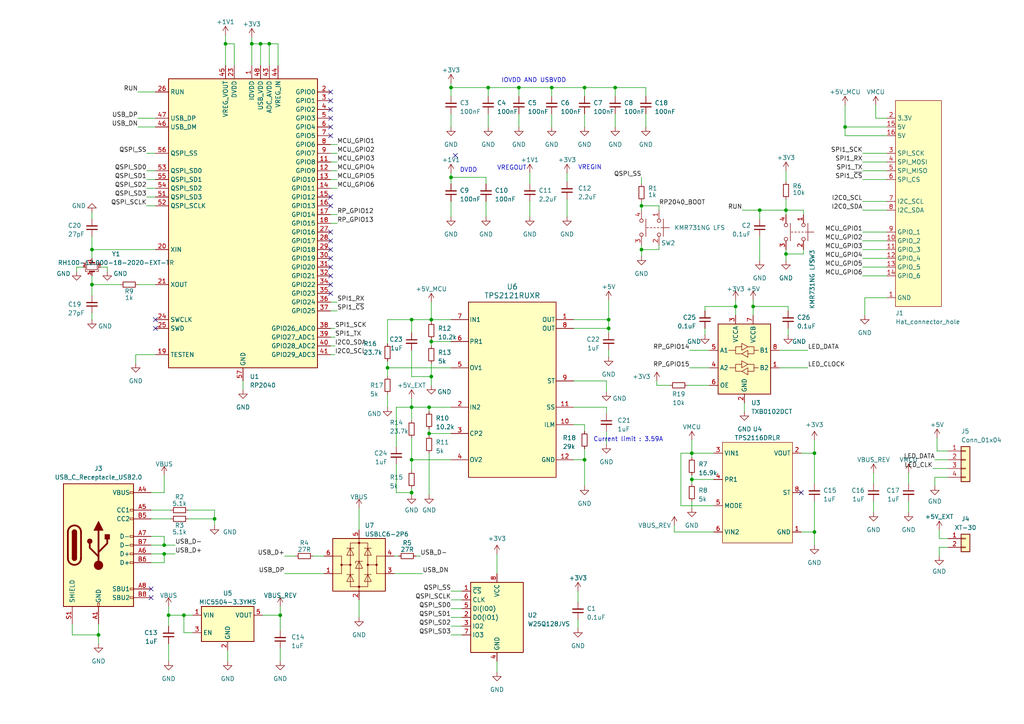
<source format=kicad_sch>
(kicad_sch (version 20230121) (generator eeschema)
  (paper "A4")
  (junction (at 176.53 95.25))
  (junction (at 245.11 36.83))
  (junction (at 73.025 12.7))
  (junction (at 47.625 158.115))
  (junction (at 236.22 131.445))
  (junction (at 53.34 178.435))
  (junction (at 169.545 25.4))
  (junction (at 178.435 25.4))
  (junction (at 112.395 106.68))
  (junction (at 125.095 92.71))
  (junction (at 81.28 178.435))
  (junction (at 26.67 72.39))
  (junction (at 220.345 60.96))
  (junction (at 130.81 51.435))
  (junction (at 200.66 139.065))
  (junction (at 213.36 88.9))
  (junction (at 150.495 25.4))
  (junction (at 119.38 133.35))
  (junction (at 125.095 99.06))
  (junction (at 75.565 12.7))
  (junction (at 48.895 178.435))
  (junction (at 236.22 154.305))
  (junction (at 124.46 125.73))
  (junction (at 186.055 59.69))
  (junction (at 124.46 118.11))
  (junction (at 227.965 60.96))
  (junction (at 169.545 133.35))
  (junction (at 119.38 142.875))
  (junction (at 227.965 73.66))
  (junction (at 200.66 131.445))
  (junction (at 130.81 25.4))
  (junction (at 141.605 25.4))
  (junction (at 119.38 118.11))
  (junction (at 186.055 72.39))
  (junction (at 78.105 12.7))
  (junction (at 119.38 92.71))
  (junction (at 160.02 25.4))
  (junction (at 176.53 92.71))
  (junction (at 26.67 82.55))
  (junction (at 62.23 150.495))
  (junction (at 28.575 184.15))
  (junction (at 65.405 12.7))
  (junction (at 125.095 109.22))
  (junction (at 47.625 160.655))
  (junction (at 218.44 88.9))
  (no_connect (at 43.815 170.815))
  (no_connect (at 95.885 74.93))
  (no_connect (at 95.885 82.55))
  (no_connect (at 95.885 80.01))
  (no_connect (at 95.885 29.21))
  (no_connect (at 95.885 34.29))
  (no_connect (at 95.885 31.75))
  (no_connect (at 95.885 57.15))
  (no_connect (at 95.885 85.09))
  (no_connect (at 45.085 92.71))
  (no_connect (at 95.885 36.83))
  (no_connect (at 45.085 95.25))
  (no_connect (at 95.885 39.37))
  (no_connect (at 43.815 173.355))
  (no_connect (at 95.885 26.67))
  (no_connect (at 232.41 142.875))
  (no_connect (at 95.885 59.69))
  (no_connect (at 132.08 45.085))
  (no_connect (at 95.885 69.85))
  (no_connect (at 95.885 72.39))
  (no_connect (at 95.885 67.31))
  (no_connect (at 95.885 77.47))
  (wire (pts (xy 124.46 126.365) (xy 124.46 125.73)))
  (wire (pts (xy 97.155 95.25) (xy 95.885 95.25)))
  (wire (pts (xy 42.545 52.07) (xy 45.085 52.07)))
  (wire (pts (xy 227.965 49.53) (xy 227.965 52.705)))
  (wire (pts (xy 47.625 158.115) (xy 43.815 158.115)))
  (wire (pts (xy 153.67 50.165) (xy 153.67 53.34)))
  (wire (pts (xy 200.66 137.795) (xy 200.66 139.065)))
  (wire (pts (xy 130.81 51.435) (xy 130.81 53.34)))
  (wire (pts (xy 250.19 77.47) (xy 257.175 77.47)))
  (wire (pts (xy 130.81 179.07) (xy 133.985 179.07)))
  (wire (pts (xy 227.965 57.785) (xy 227.965 60.96)))
  (wire (pts (xy 125.095 99.06) (xy 125.095 100.33)))
  (wire (pts (xy 169.545 25.4) (xy 169.545 27.94)))
  (wire (pts (xy 274.955 156.21) (xy 272.415 156.21)))
  (wire (pts (xy 97.79 64.77) (xy 95.885 64.77)))
  (wire (pts (xy 257.175 36.83) (xy 245.11 36.83)))
  (wire (pts (xy 234.315 106.68) (xy 226.06 106.68)))
  (wire (pts (xy 97.79 62.23) (xy 95.885 62.23)))
  (wire (pts (xy 200.66 139.065) (xy 207.01 139.065)))
  (wire (pts (xy 80.645 19.05) (xy 80.645 12.7)))
  (wire (pts (xy 160.02 25.4) (xy 169.545 25.4)))
  (wire (pts (xy 31.115 78.74) (xy 31.115 77.47)))
  (wire (pts (xy 263.525 137.16) (xy 263.525 140.335)))
  (wire (pts (xy 130.81 25.4) (xy 130.81 27.94)))
  (wire (pts (xy 124.46 125.73) (xy 130.81 125.73)))
  (wire (pts (xy 130.81 181.61) (xy 133.985 181.61)))
  (wire (pts (xy 176.53 92.71) (xy 176.53 95.25)))
  (wire (pts (xy 176.53 86.995) (xy 176.53 92.71)))
  (wire (pts (xy 130.81 58.42) (xy 130.81 62.865)))
  (wire (pts (xy 22.225 78.74) (xy 22.225 77.47)))
  (wire (pts (xy 272.415 158.75) (xy 274.955 158.75)))
  (wire (pts (xy 250.19 49.53) (xy 257.175 49.53)))
  (wire (pts (xy 204.47 95.25) (xy 204.47 97.155)))
  (wire (pts (xy 82.55 166.37) (xy 93.98 166.37)))
  (wire (pts (xy 119.38 101.6) (xy 119.38 109.22)))
  (wire (pts (xy 28.575 184.15) (xy 20.955 184.15)))
  (wire (pts (xy 97.79 41.91) (xy 95.885 41.91)))
  (wire (pts (xy 236.22 131.445) (xy 236.22 140.335)))
  (wire (pts (xy 178.435 33.02) (xy 178.435 36.83)))
  (wire (pts (xy 130.81 173.99) (xy 133.985 173.99)))
  (wire (pts (xy 119.38 115.57) (xy 119.38 118.11)))
  (wire (pts (xy 22.225 77.47) (xy 24.13 77.47)))
  (wire (pts (xy 250.19 44.45) (xy 257.175 44.45)))
  (wire (pts (xy 254 34.29) (xy 257.175 34.29)))
  (wire (pts (xy 124.46 131.445) (xy 124.46 143.51)))
  (wire (pts (xy 187.325 33.02) (xy 187.325 36.83)))
  (wire (pts (xy 81.28 175.895) (xy 81.28 178.435)))
  (wire (pts (xy 42.545 44.45) (xy 45.085 44.45)))
  (wire (pts (xy 62.23 147.955) (xy 54.61 147.955)))
  (wire (pts (xy 78.105 19.05) (xy 78.105 12.7)))
  (wire (pts (xy 250.19 60.96) (xy 257.175 60.96)))
  (wire (pts (xy 250.19 72.39) (xy 257.175 72.39)))
  (wire (pts (xy 42.545 49.53) (xy 45.085 49.53)))
  (wire (pts (xy 250.19 80.01) (xy 257.175 80.01)))
  (wire (pts (xy 227.965 60.96) (xy 233.045 60.96)))
  (wire (pts (xy 90.805 161.29) (xy 93.98 161.29)))
  (wire (pts (xy 125.095 105.41) (xy 125.095 109.22)))
  (wire (pts (xy 271.145 140.97) (xy 271.145 138.43)))
  (wire (pts (xy 144.145 160.655) (xy 144.145 166.37)))
  (wire (pts (xy 82.55 161.29) (xy 85.725 161.29)))
  (wire (pts (xy 186.055 71.12) (xy 186.055 72.39)))
  (wire (pts (xy 104.14 173.99) (xy 104.14 179.07)))
  (wire (pts (xy 195.58 152.4) (xy 195.58 154.305)))
  (wire (pts (xy 141.605 25.4) (xy 150.495 25.4)))
  (wire (pts (xy 119.38 118.11) (xy 124.46 118.11)))
  (wire (pts (xy 130.81 184.15) (xy 133.985 184.15)))
  (wire (pts (xy 28.575 184.15) (xy 28.575 186.69)))
  (wire (pts (xy 65.405 19.05) (xy 65.405 12.7)))
  (wire (pts (xy 150.495 25.4) (xy 150.495 27.94)))
  (wire (pts (xy 124.46 118.11) (xy 124.46 119.38)))
  (wire (pts (xy 40.005 36.83) (xy 45.085 36.83)))
  (wire (pts (xy 54.61 150.495) (xy 62.23 150.495)))
  (wire (pts (xy 43.815 155.575) (xy 47.625 155.575)))
  (wire (pts (xy 200.66 127.635) (xy 200.66 131.445)))
  (wire (pts (xy 42.545 57.15) (xy 45.085 57.15)))
  (wire (pts (xy 119.38 142.875) (xy 119.38 143.51)))
  (wire (pts (xy 167.64 179.705) (xy 167.64 182.245)))
  (wire (pts (xy 119.38 118.11) (xy 119.38 121.92)))
  (wire (pts (xy 197.485 131.445) (xy 197.485 146.685)))
  (wire (pts (xy 164.465 50.165) (xy 164.465 52.705)))
  (wire (pts (xy 200.66 131.445) (xy 197.485 131.445)))
  (wire (pts (xy 250.19 74.93) (xy 257.175 74.93)))
  (wire (pts (xy 167.64 171.45) (xy 167.64 174.625)))
  (wire (pts (xy 97.79 44.45) (xy 95.885 44.45)))
  (wire (pts (xy 200.025 101.6) (xy 205.74 101.6)))
  (wire (pts (xy 43.815 142.875) (xy 47.625 142.875)))
  (wire (pts (xy 119.38 109.22) (xy 125.095 109.22)))
  (wire (pts (xy 125.095 99.06) (xy 130.81 99.06)))
  (wire (pts (xy 76.2 178.435) (xy 81.28 178.435)))
  (wire (pts (xy 250.825 91.44) (xy 250.825 86.36)))
  (wire (pts (xy 125.095 87.63) (xy 125.095 92.71)))
  (wire (pts (xy 236.22 131.445) (xy 232.41 131.445)))
  (wire (pts (xy 67.945 19.05) (xy 67.945 12.7)))
  (wire (pts (xy 272.415 156.21) (xy 272.415 153.67)))
  (wire (pts (xy 191.135 59.69) (xy 191.135 60.96)))
  (wire (pts (xy 62.23 150.495) (xy 62.23 152.4)))
  (wire (pts (xy 186.055 72.39) (xy 191.135 72.39)))
  (wire (pts (xy 115.57 161.29) (xy 114.3 161.29)))
  (wire (pts (xy 190.5 110.49) (xy 190.5 111.76)))
  (wire (pts (xy 47.625 163.195) (xy 43.815 163.195)))
  (wire (pts (xy 271.78 130.81) (xy 274.955 130.81)))
  (wire (pts (xy 186.055 72.39) (xy 186.055 74.295)))
  (wire (pts (xy 204.47 88.9) (xy 213.36 88.9)))
  (wire (pts (xy 169.545 133.35) (xy 169.545 140.97)))
  (wire (pts (xy 236.22 145.415) (xy 236.22 154.305)))
  (wire (pts (xy 186.055 59.69) (xy 191.135 59.69)))
  (wire (pts (xy 26.67 80.01) (xy 26.67 82.55)))
  (wire (pts (xy 200.66 132.715) (xy 200.66 131.445)))
  (wire (pts (xy 274.955 133.35) (xy 271.145 133.35)))
  (wire (pts (xy 227.965 73.66) (xy 233.045 73.66)))
  (wire (pts (xy 26.67 72.39) (xy 45.085 72.39)))
  (wire (pts (xy 75.565 12.7) (xy 75.565 19.05)))
  (wire (pts (xy 200.66 139.065) (xy 200.66 140.335)))
  (wire (pts (xy 250.19 67.31) (xy 257.175 67.31)))
  (wire (pts (xy 160.02 33.02) (xy 160.02 36.83)))
  (wire (pts (xy 227.965 60.96) (xy 220.345 60.96)))
  (wire (pts (xy 220.345 60.96) (xy 215.265 60.96)))
  (wire (pts (xy 271.145 138.43) (xy 274.955 138.43)))
  (wire (pts (xy 125.095 92.71) (xy 130.81 92.71)))
  (wire (pts (xy 48.895 186.69) (xy 48.895 191.77)))
  (wire (pts (xy 70.485 110.49) (xy 70.485 113.03)))
  (wire (pts (xy 130.81 51.435) (xy 140.97 51.435)))
  (wire (pts (xy 130.81 25.4) (xy 141.605 25.4)))
  (wire (pts (xy 119.38 133.35) (xy 119.38 136.525)))
  (wire (pts (xy 130.81 24.13) (xy 130.81 25.4)))
  (wire (pts (xy 226.06 101.6) (xy 234.315 101.6)))
  (wire (pts (xy 97.79 46.99) (xy 95.885 46.99)))
  (wire (pts (xy 166.37 118.11) (xy 175.895 118.11)))
  (wire (pts (xy 119.38 92.71) (xy 112.395 92.71)))
  (wire (pts (xy 48.895 178.435) (xy 53.34 178.435)))
  (wire (pts (xy 250.19 58.42) (xy 257.175 58.42)))
  (wire (pts (xy 227.965 72.39) (xy 227.965 73.66)))
  (wire (pts (xy 232.41 154.305) (xy 236.22 154.305)))
  (wire (pts (xy 253.365 145.415) (xy 253.365 148.59)))
  (wire (pts (xy 228.6 90.17) (xy 228.6 88.9)))
  (wire (pts (xy 140.97 51.435) (xy 140.97 53.34)))
  (wire (pts (xy 80.645 12.7) (xy 78.105 12.7)))
  (wire (pts (xy 66.04 188.595) (xy 66.04 191.77)))
  (wire (pts (xy 218.44 88.9) (xy 218.44 91.44)))
  (wire (pts (xy 47.625 142.875) (xy 47.625 137.795)))
  (wire (pts (xy 130.81 33.02) (xy 130.81 36.83)))
  (wire (pts (xy 250.19 52.07) (xy 257.175 52.07)))
  (wire (pts (xy 97.155 100.33) (xy 95.885 100.33)))
  (wire (pts (xy 213.36 88.9) (xy 213.36 91.44)))
  (wire (pts (xy 62.23 150.495) (xy 62.23 147.955)))
  (wire (pts (xy 130.81 176.53) (xy 133.985 176.53)))
  (wire (pts (xy 253.365 137.16) (xy 253.365 140.335)))
  (wire (pts (xy 215.9 116.84) (xy 215.9 119.38)))
  (wire (pts (xy 42.545 59.69) (xy 45.085 59.69)))
  (wire (pts (xy 49.53 147.955) (xy 43.815 147.955)))
  (wire (pts (xy 114.935 134.62) (xy 114.935 142.875)))
  (wire (pts (xy 97.79 87.63) (xy 95.885 87.63)))
  (wire (pts (xy 73.025 12.7) (xy 73.025 19.05)))
  (wire (pts (xy 43.815 150.495) (xy 49.53 150.495)))
  (wire (pts (xy 175.895 118.11) (xy 175.895 120.015)))
  (wire (pts (xy 166.37 95.25) (xy 176.53 95.25)))
  (wire (pts (xy 153.67 58.42) (xy 153.67 62.865)))
  (wire (pts (xy 42.545 54.61) (xy 45.085 54.61)))
  (wire (pts (xy 81.28 187.96) (xy 81.28 191.77)))
  (wire (pts (xy 39.37 102.87) (xy 45.085 102.87)))
  (wire (pts (xy 228.6 88.9) (xy 218.44 88.9)))
  (wire (pts (xy 271.78 127) (xy 271.78 130.81)))
  (wire (pts (xy 40.005 26.67) (xy 45.085 26.67)))
  (wire (pts (xy 187.325 25.4) (xy 187.325 27.94)))
  (wire (pts (xy 236.22 127.635) (xy 236.22 131.445)))
  (wire (pts (xy 47.625 155.575) (xy 47.625 158.115)))
  (wire (pts (xy 176.53 101.6) (xy 176.53 103.505)))
  (wire (pts (xy 140.97 58.42) (xy 140.97 62.865)))
  (wire (pts (xy 190.5 111.76) (xy 194.31 111.76)))
  (wire (pts (xy 119.38 133.35) (xy 130.81 133.35)))
  (wire (pts (xy 53.34 178.435) (xy 55.88 178.435)))
  (wire (pts (xy 218.44 86.995) (xy 218.44 88.9)))
  (wire (pts (xy 220.345 68.58) (xy 220.345 75.565)))
  (wire (pts (xy 227.965 73.66) (xy 227.965 75.565)))
  (wire (pts (xy 233.045 60.96) (xy 233.045 62.23)))
  (wire (pts (xy 20.955 184.15) (xy 20.955 180.975)))
  (wire (pts (xy 104.14 147.32) (xy 104.14 153.67)))
  (wire (pts (xy 254 30.48) (xy 254 34.29)))
  (wire (pts (xy 119.38 127) (xy 119.38 133.35)))
  (wire (pts (xy 114.935 118.11) (xy 114.935 129.54)))
  (wire (pts (xy 125.095 98.425) (xy 125.095 99.06)))
  (wire (pts (xy 197.485 146.685) (xy 207.01 146.685)))
  (wire (pts (xy 114.935 142.875) (xy 119.38 142.875)))
  (wire (pts (xy 195.58 154.305) (xy 207.01 154.305)))
  (wire (pts (xy 97.155 97.79) (xy 95.885 97.79)))
  (wire (pts (xy 160.02 25.4) (xy 160.02 27.94)))
  (wire (pts (xy 39.37 105.41) (xy 39.37 102.87)))
  (wire (pts (xy 250.825 86.36) (xy 257.175 86.36)))
  (wire (pts (xy 53.34 178.435) (xy 53.34 183.515)))
  (wire (pts (xy 112.395 106.68) (xy 112.395 109.22)))
  (wire (pts (xy 97.79 54.61) (xy 95.885 54.61)))
  (wire (pts (xy 166.37 133.35) (xy 169.545 133.35)))
  (wire (pts (xy 97.155 102.87) (xy 95.885 102.87)))
  (wire (pts (xy 186.055 58.42) (xy 186.055 59.69)))
  (wire (pts (xy 227.965 60.96) (xy 227.965 62.23)))
  (wire (pts (xy 47.625 158.115) (xy 50.8 158.115)))
  (wire (pts (xy 175.895 125.095) (xy 175.895 128.905)))
  (wire (pts (xy 144.145 191.77) (xy 144.145 194.945)))
  (wire (pts (xy 164.465 57.785) (xy 164.465 62.865)))
  (wire (pts (xy 119.38 141.605) (xy 119.38 142.875)))
  (wire (pts (xy 47.625 160.655) (xy 47.625 163.195)))
  (wire (pts (xy 48.895 178.435) (xy 48.895 181.61)))
  (wire (pts (xy 186.055 59.69) (xy 186.055 60.96)))
  (wire (pts (xy 213.36 86.995) (xy 213.36 88.9)))
  (wire (pts (xy 272.415 161.29) (xy 272.415 158.75)))
  (wire (pts (xy 26.67 63.5) (xy 26.67 61.595)))
  (wire (pts (xy 31.115 77.47) (xy 29.21 77.47)))
  (wire (pts (xy 40.005 34.29) (xy 45.085 34.29)))
  (wire (pts (xy 250.19 69.85) (xy 257.175 69.85)))
  (wire (pts (xy 270.51 135.89) (xy 274.955 135.89)))
  (wire (pts (xy 124.46 118.11) (xy 130.81 118.11)))
  (wire (pts (xy 97.79 49.53) (xy 95.885 49.53)))
  (wire (pts (xy 48.895 175.895) (xy 48.895 178.435)))
  (wire (pts (xy 245.11 30.48) (xy 245.11 36.83)))
  (wire (pts (xy 124.46 124.46) (xy 124.46 125.73)))
  (wire (pts (xy 169.545 25.4) (xy 178.435 25.4)))
  (wire (pts (xy 178.435 25.4) (xy 187.325 25.4)))
  (wire (pts (xy 65.405 10.16) (xy 65.405 12.7)))
  (wire (pts (xy 28.575 180.975) (xy 28.575 184.15)))
  (wire (pts (xy 176.53 95.25) (xy 176.53 96.52)))
  (wire (pts (xy 204.47 90.17) (xy 204.47 88.9)))
  (wire (pts (xy 73.025 10.795) (xy 73.025 12.7)))
  (wire (pts (xy 250.19 46.99) (xy 257.175 46.99)))
  (wire (pts (xy 125.095 92.71) (xy 119.38 92.71)))
  (wire (pts (xy 141.605 33.02) (xy 141.605 36.83)))
  (wire (pts (xy 130.81 171.45) (xy 133.985 171.45)))
  (wire (pts (xy 73.025 12.7) (xy 75.565 12.7)))
  (wire (pts (xy 125.095 92.71) (xy 125.095 93.345)))
  (wire (pts (xy 97.79 52.07) (xy 95.885 52.07)))
  (wire (pts (xy 119.38 92.71) (xy 119.38 96.52)))
  (wire (pts (xy 119.38 118.11) (xy 114.935 118.11)))
  (wire (pts (xy 200.66 131.445) (xy 207.01 131.445)))
  (wire (pts (xy 245.11 36.83) (xy 245.11 39.37)))
  (wire (pts (xy 245.11 39.37) (xy 257.175 39.37)))
  (wire (pts (xy 112.395 106.68) (xy 130.81 106.68)))
  (wire (pts (xy 26.67 82.55) (xy 34.925 82.55)))
  (wire (pts (xy 233.045 73.66) (xy 233.045 72.39)))
  (wire (pts (xy 166.37 92.71) (xy 176.53 92.71)))
  (wire (pts (xy 263.525 145.415) (xy 263.525 148.59)))
  (wire (pts (xy 112.395 92.71) (xy 112.395 99.695)))
  (wire (pts (xy 130.81 50.165) (xy 130.81 51.435)))
  (wire (pts (xy 26.67 82.55) (xy 26.67 85.725)))
  (wire (pts (xy 47.625 160.655) (xy 43.815 160.655)))
  (wire (pts (xy 191.135 72.39) (xy 191.135 71.12)))
  (wire (pts (xy 175.895 113.665) (xy 175.895 110.49)))
  (wire (pts (xy 26.67 90.805) (xy 26.67 92.71)))
  (wire (pts (xy 178.435 25.4) (xy 178.435 27.94)))
  (wire (pts (xy 112.395 114.3) (xy 112.395 118.11)))
  (wire (pts (xy 200.66 145.415) (xy 200.66 147.32)))
  (wire (pts (xy 175.895 110.49) (xy 166.37 110.49)))
  (wire (pts (xy 166.37 123.19) (xy 169.545 123.19)))
  (wire (pts (xy 112.395 104.775) (xy 112.395 106.68)))
  (wire (pts (xy 125.095 109.22) (xy 125.095 111.76)))
  (wire (pts (xy 81.28 178.435) (xy 81.28 182.88)))
  (wire (pts (xy 26.67 72.39) (xy 26.67 74.93)))
  (wire (pts (xy 228.6 95.25) (xy 228.6 97.155)))
  (wire (pts (xy 236.22 154.305) (xy 236.22 158.115)))
  (wire (pts (xy 199.39 111.76) (xy 205.74 111.76)))
  (wire (pts (xy 65.405 12.7) (xy 67.945 12.7)))
  (wire (pts (xy 50.8 160.655) (xy 47.625 160.655)))
  (wire (pts (xy 186.055 51.435) (xy 186.055 53.34)))
  (wire (pts (xy 169.545 123.19) (xy 169.545 125.095)))
  (wire (pts (xy 141.605 25.4) (xy 141.605 27.94)))
  (wire (pts (xy 97.79 90.17) (xy 95.885 90.17)))
  (wire (pts (xy 122.555 166.37) (xy 114.3 166.37)))
  (wire (pts (xy 26.67 68.58) (xy 26.67 72.39)))
  (wire (pts (xy 53.34 183.515) (xy 55.88 183.515)))
  (wire (pts (xy 169.545 33.02) (xy 169.545 36.83)))
  (wire (pts (xy 121.92 161.29) (xy 120.65 161.29)))
  (wire (pts (xy 150.495 33.02) (xy 150.495 36.83)))
  (wire (pts (xy 169.545 130.175) (xy 169.545 133.35)))
  (wire (pts (xy 150.495 25.4) (xy 160.02 25.4)))
  (wire (pts (xy 200.025 106.68) (xy 205.74 106.68)))
  (wire (pts (xy 75.565 12.7) (xy 78.105 12.7)))
  (wire (pts (xy 40.005 82.55) (xy 45.085 82.55)))
  (wire (pts (xy 220.345 60.96) (xy 220.345 63.5)))
  (text "VREGOUT\n" (at 144.145 49.53 0) (effects (font (size 1.27 1.27)) (justify left bottom)))
  (text "VREGIN\n\n" (at 167.64 51.435 0) (effects (font (size 1.27 1.27)) (justify left bottom)))
  (text "DVDD" (at 133.35 50.165 0) (effects (font (size 1.27 1.27)) (justify left bottom)))
  (text "IOVDD AND USBVDD\n" (at 145.415 24.13 0) (effects (font (size 1.27 1.27)) (justify left bottom)))
  (text "Current limit : 3.59A\n" (at 172.085 128.27 0) (effects (font (size 1.27 1.27)) (justify left bottom)))
  (label "QSPI_SD3" (at 130.81 184.15 180))
  (label "RUN" (at 40.005 26.67 180))
  (label "RUN" (at 215.265 60.96 180))
  (label "MCU_GPIO1" (at 250.19 67.31 180))
  (label "SPI1_SCK" (at 97.155 95.25 0))
  (label "SPI1_SCK" (at 250.19 44.45 180))
  (label "QSPI_SCLK" (at 42.545 59.69 180))
  (label "MCU_GPIO5" (at 97.79 52.07 0))
  (label "MCU_GPIO2" (at 97.79 44.45 0))
  (label "MCU_GPIO6" (at 250.19 80.01 180))
  (label "USB_DP" (at 40.005 34.29 180))
  (label "RP_GPIO13" (at 97.79 64.77 0))
  (label "LED_DATA" (at 271.145 133.35 180))
  (label "USB_DN" (at 40.005 36.83 180))
  (label "SPI1_TX" (at 250.19 49.53 180))
  (label "QSPI_SS" (at 186.055 51.435 180))
  (label "QSPI_SD1" (at 42.545 52.07 180))
  (label "MCU_GPIO3" (at 97.79 46.99 0))
  (label "MCU_GPIO4" (at 97.79 49.53 0))
  (label "QSPI_SD0" (at 42.545 49.53 180))
  (label "USB_D+" (at 82.55 161.29 180))
  (label "MCU_GPIO1" (at 97.79 41.91 0))
  (label "QSPI_SS" (at 42.545 44.45 180))
  (label "USB_D-" (at 50.8 158.115 0))
  (label "USB_DN" (at 122.555 166.37 0))
  (label "SPI1_RX" (at 97.79 87.63 0))
  (label "QSPI_SD2" (at 42.545 54.61 180))
  (label "USB_D-" (at 121.92 161.29 0))
  (label "USB_D+" (at 50.8 160.655 0))
  (label "RP_GPIO14" (at 200.025 101.6 180))
  (label "SPI1_TX" (at 97.155 97.79 0))
  (label "SPI1_RX" (at 250.19 46.99 180))
  (label "USB_DP" (at 82.55 166.37 180))
  (label "RP_GPIO12" (at 97.79 62.23 0))
  (label "RP_GPIO15" (at 200.025 106.68 180))
  (label "MCU_GPIO5" (at 250.19 77.47 180))
  (label "I2C0_SCL" (at 97.155 102.87 0))
  (label "SPI1_~{CS}" (at 97.79 90.17 0))
  (label "LED_CLOCK" (at 234.315 106.68 0))
  (label "SPI1_~{CS}" (at 250.19 52.07 180))
  (label "QSPI_SD1" (at 130.81 179.07 180))
  (label "QSPI_SD0" (at 130.81 176.53 180))
  (label "I2C0_SDA" (at 97.155 100.33 0))
  (label "I2C0_SDA" (at 250.19 60.96 180))
  (label "MCU_GPIO3" (at 250.19 72.39 180))
  (label "LED_DATA" (at 234.315 101.6 0))
  (label "MCU_GPIO2" (at 250.19 69.85 180))
  (label "MCU_GPIO4" (at 250.19 74.93 180))
  (label "RP2040_BOOT" (at 191.135 59.69 0))
  (label "QSPI_SCLK" (at 130.81 173.99 180))
  (label "LED_CLK" (at 270.51 135.89 180))
  (label "MCU_GPIO6" (at 97.79 54.61 0))
  (label "QSPI_SD3" (at 42.545 57.15 180))
  (label "I2C0_SCL" (at 250.19 58.42 180))
  (label "QSPI_SS" (at 130.81 171.45 180))
  (label "QSPI_SD2" (at 130.81 181.61 180))
  (symbol (lib_id "PCM_4ms_Power-symbol:GND") (at 140.97 62.865 0) (unit 1)
    (property "Reference" "#PWR031" (effects hide))
    (property "Value" "GND" (at 140.97 67.945 0))
  )
  (symbol (lib_id "PCM_4ms_Power-symbol:GND") (at 187.325 36.83 0) (unit 1)
    (property "Reference" "#PWR051" (effects hide))
    (property "Value" "GND" (at 187.325 41.91 0))
  )
  (symbol (lib_id "PCM_4ms_Power-symbol:GND") (at 150.495 36.83 0) (unit 1)
    (property "Reference" "#PWR025" (effects hide))
    (property "Value" "GND" (at 150.495 41.91 0))
  )
  (symbol (lib_id "power:+3V3") (at 164.465 50.165 0) (unit 1)
    (property "Reference" "#PWR033" (effects hide))
    (property "Value" "+3V3" (at 164.465 46.355 0))
  )
  (symbol (lib_name "SW_Push_Dual_1") (lib_id "Switch:SW_Push_Dual") (at 191.135 66.04 270) (unit 1)
    (property "Reference" "SW2" (at 191.77 70.485 90) (effects (justify left)))
    (property "Value" "KMR731NG LFS" (at 195.58 66.04 90) (effects (justify left)))
    (property "Footprint" "0_switch_button:SW_KMR731NGLFS" (effects hide))
  )
  (symbol (lib_id "0_power_symbols:VMCU") (at 200.66 127.635 0) (unit 1) (in_bom no) (on_board no)
    (property "Reference" "#PWR043" (effects hide))
    (property "Value" "VMCU" (at 200.66 123.825 0))
  )
  (symbol (lib_id "Device:C_Small") (at 220.345 66.04 0) (mirror x) (unit 1)
    (property "Reference" "C2" (at 217.805 65.3986 0) (effects (justify right)))
    (property "Value" "0.1uF" (at 217.805 67.9386 0) (effects (justify right)))
    (property "Footprint" "Capacitor_SMD:C_0402_1005Metric_Pad0.74x0.62mm_HandSolder" (effects hide))
  )
  (symbol (lib_id "Device:C_Small") (at 236.22 142.875 180) (unit 1)
    (property "Reference" "C15" (at 238.76 142.2336 0) (effects (justify right)))
    (property "Value" "1uF" (at 238.76 144.7736 0) (effects (justify right)))
    (property "Footprint" "Capacitor_SMD:C_0402_1005Metric_Pad0.74x0.62mm_HandSolder" (effects hide))
  )
  (symbol (lib_id "PCM_4ms_Power-symbol:GND") (at 81.28 191.77 0) (unit 1)
    (property "Reference" "#PWR040" (effects hide))
    (property "Value" "GND" (at 81.28 196.85 0))
  )
  (symbol (lib_id "PCM_4ms_Power-symbol:GND") (at 215.9 119.38 0) (unit 1)
    (property "Reference" "#PWR061" (effects hide))
    (property "Value" "GND" (at 215.9 124.46 0))
  )
  (symbol (lib_id "Device:R_Small") (at 196.85 111.76 270) (unit 1)
    (property "Reference" "R19" (at 196.85 114.3 90))
    (property "Value" "10k" (at 196.85 116.84 90))
    (property "Footprint" "Resistor_SMD:R_0402_1005Metric_Pad0.72x0.64mm_HandSolder" (effects hide))
  )
  (symbol (lib_id "Device:C_Small") (at 253.365 142.875 0) (mirror y) (unit 1)
    (property "Reference" "C16" (at 250.825 142.2463 0) (effects (justify left)))
    (property "Value" "1uF" (at 250.825 144.7863 0) (effects (justify left)))
    (property "Footprint" "Capacitor_SMD:C_0402_1005Metric_Pad0.74x0.62mm_HandSolder" (effects hide))
  )
  (symbol (lib_id "PCM_4ms_Power-symbol:GND") (at 169.545 36.83 0) (unit 1)
    (property "Reference" "#PWR027" (effects hide))
    (property "Value" "GND" (at 169.545 41.91 0))
  )
  (symbol (lib_id "Device:C_Small") (at 140.97 55.88 180) (unit 1)
    (property "Reference" "C10" (at 143.51 55.2386 0) (effects (justify right)))
    (property "Value" "100nF" (at 143.51 57.7786 0) (effects (justify right)))
    (property "Footprint" "Capacitor_SMD:C_0402_1005Metric_Pad0.74x0.62mm_HandSolder" (effects hide))
  )
  (symbol (lib_id "PCM_4ms_Power-symbol:GND") (at 164.465 62.865 0) (unit 1)
    (property "Reference" "#PWR035" (effects hide))
    (property "Value" "GND" (at 164.465 67.945 0))
  )
  (symbol (lib_id "0_power_symbols:VMCU") (at 263.525 137.16 0) (unit 1) (in_bom no) (on_board no)
    (property "Reference" "#PWR049" (effects hide))
    (property "Value" "VMCU" (at 263.525 133.35 0))
  )
  (symbol (lib_id "power:+3V3") (at 144.145 160.655 0) (unit 1)
    (property "Reference" "#PWR06" (effects hide))
    (property "Value" "+3V3" (at 144.145 156.21 0))
  )
  (symbol (lib_id "Switch:SW_Push_Dual") (at 233.045 67.31 270) (unit 1)
    (property "Reference" "SW3" (at 235.585 72.39 0) (effects (justify left)))
    (property "Value" "KMR731NG LFS" (at 235.585 74.93 0) (effects (justify left)))
    (property "Footprint" "0_switch_button:SW_KMR731NGLFS" (effects hide))
  )
  (symbol (lib_id "Memory_Flash:W25Q128JVS") (at 144.145 179.07 0) (unit 1)
    (property "Reference" "U2" (at 153.035 178.435 0) (effects (justify left)))
    (property "Value" "W25Q128JVS" (at 153.035 180.975 0) (effects (justify left)))
    (property "Footprint" "Package_SON:WSON-8-1EP_6x5mm_P1.27mm_EP3.4x4.3mm" (effects hide))
    (property "Datasheet" "http://www.winbond.com/resource-files/w25q128jv_dtr%20revc%2003272018%20plus.pdf" (effects hide))
  )
  (symbol (lib_id "0_power_symbols:+5V_MCU") (at 125.095 87.63 0) (unit 1) (in_bom no) (on_board no)
    (property "Reference" "#PWR073" (effects hide))
    (property "Value" "+5V_MCU" (at 125.095 83.82 0))
  )
  (symbol (lib_id "Device:C_Small") (at 169.545 30.48 180) (unit 1)
    (property "Reference" "C7" (at 172.085 29.8386 0) (effects (justify right)))
    (property "Value" "100nF" (at 172.085 32.3786 0) (effects (justify right)))
    (property "Footprint" "Capacitor_SMD:C_0402_1005Metric_Pad0.74x0.62mm_HandSolder" (effects hide))
  )
  (symbol (lib_id "Device:Crystal_GND24_Small") (at 26.67 77.47 270) (unit 1)
    (property "Reference" "Y1" (at 33.655 73.66 90))
    (property "Value" "RH100-12.000-18-2020-EXT-TR" (at 33.655 76.2 90))
    (property "Footprint" "Crystal:Crystal_SMD_3225-4Pin_3.2x2.5mm" (effects hide))
  )
  (symbol (lib_id "Device:R_Small") (at 200.66 142.875 0) (unit 1)
    (property "Reference" "R8" (at 202.565 142.24 0) (effects (justify left)))
    (property "Value" "5k" (at 202.565 144.78 0) (effects (justify left)))
    (property "Footprint" "Resistor_SMD:R_0402_1005Metric_Pad0.72x0.64mm_HandSolder" (effects hide))
  )
  (symbol (lib_id "power:+1V1") (at 130.81 50.165 0) (unit 1)
    (property "Reference" "#PWR029" (effects hide))
    (property "Value" "+1V1" (at 130.81 46.355 0))
  )
  (symbol (lib_id "PCM_4ms_Power-symbol:GND") (at 22.225 78.74 0) (unit 1)
    (property "Reference" "#PWR052" (effects hide))
    (property "Value" "GND" (at 18.415 79.375 0))
  )
  (symbol (lib_id "PCM_4ms_Power-symbol:GND") (at 26.67 92.71 0) (unit 1)
    (property "Reference" "#PWR054" (effects hide))
    (property "Value" "GND" (at 30.48 94.615 0))
  )
  (symbol (lib_id "0_power_symbols:+5V_EXT") (at 119.38 115.57 0) (unit 1) (in_bom no) (on_board no)
    (property "Reference" "#PWR057" (effects hide))
    (property "Value" "+5V_EXT" (at 119.38 111.76 0))
  )
  (symbol (lib_id "PCM_4ms_Power-symbol:GND") (at 227.965 75.565 0) (unit 1)
    (property "Reference" "#PWR019" (effects hide))
    (property "Value" "GND" (at 227.965 80.645 0))
  )
  (symbol (lib_id "0_mux:TPS2116DRLR") (at 219.075 142.875 0) (unit 1)
    (property "Reference" "U4" (at 219.71 124.46 0))
    (property "Value" "TPS2116DRLR" (at 219.71 127 0))
    (property "Footprint" "0_mux:TPS2116DRLR" (effects hide))
    (property "Datasheet" "https://www.ti.com/lit/ds/symlink/tps2116.pdf?HQS=dis-mous-null-mousermode-dsf-pf-null-wwe&ts=1667098762841&ref_url=https%253A%252F%252Feu.mouser.com%252F" (effects hide))
  )
  (symbol (lib_id "PCM_4ms_Power-symbol:+5V") (at 176.53 86.995 0) (unit 1)
    (property "Reference" "#PWR03" (effects hide))
    (property "Value" "+5V" (at 176.53 83.185 0))
  )
  (symbol (lib_id "Device:R_Small") (at 119.38 124.46 0) (unit 1)
    (property "Reference" "R14" (at 113.03 122.555 0) (effects (justify left)))
    (property "Value" "23.7k" (at 113.03 125.095 0) (effects (justify left)))
    (property "Footprint" "Resistor_SMD:R_0402_1005Metric_Pad0.72x0.64mm_HandSolder" (effects hide))
  )
  (symbol (lib_id "Device:R_Small") (at 112.395 102.235 0) (unit 1)
    (property "Reference" "R16" (at 105.41 99.695 0) (effects (justify left)))
    (property "Value" "23.7k" (at 105.41 102.235 0) (effects (justify left)))
    (property "Footprint" "Resistor_SMD:R_0402_1005Metric_Pad0.72x0.64mm_HandSolder" (effects hide))
  )
  (symbol (lib_id "Device:R_Small") (at 186.055 55.88 0) (unit 1)
    (property "Reference" "R1" (at 187.96 54.61 0) (effects (justify left)))
    (property "Value" "1k" (at 187.96 56.515 0) (effects (justify left)))
    (property "Footprint" "Resistor_SMD:R_0402_1005Metric_Pad0.72x0.64mm_HandSolder" (effects hide))
  )
  (symbol (lib_id "PCM_4ms_Power-symbol:GND") (at 144.145 194.945 0) (unit 1)
    (property "Reference" "#PWR07" (effects hide))
    (property "Value" "GND" (at 144.145 200.025 0))
  )
  (symbol (lib_id "PCM_4ms_Power-symbol:GND") (at 119.38 143.51 0) (unit 1)
    (property "Reference" "#PWR071" (effects hide))
    (property "Value" "GND" (at 119.38 147.955 0))
  )
  (symbol (lib_id "Device:C_Small") (at 150.495 30.48 180) (unit 1)
    (property "Reference" "C5" (at 153.035 29.8386 0) (effects (justify right)))
    (property "Value" "100nF" (at 153.035 32.3786 0) (effects (justify right)))
    (property "Footprint" "Capacitor_SMD:C_0402_1005Metric_Pad0.74x0.62mm_HandSolder" (effects hide))
  )
  (symbol (lib_id "PCM_4ms_Power-symbol:GND") (at 250.825 91.44 0) (unit 1)
    (property "Reference" "#PWR04" (effects hide))
    (property "Value" "GND" (at 250.825 96.52 0))
  )
  (symbol (lib_id "Device:C_Small") (at 119.38 99.06 0) (mirror y) (unit 1)
    (property "Reference" "C23" (at 116.84 98.4313 0) (effects (justify left)))
    (property "Value" "1uF" (at 116.84 100.9713 0) (effects (justify left)))
    (property "Footprint" "Capacitor_SMD:C_0402_1005Metric_Pad0.74x0.62mm_HandSolder" (effects hide))
  )
  (symbol (lib_id "PCM_4ms_Power-symbol:GND") (at 272.415 161.29 0) (mirror y) (unit 1)
    (property "Reference" "#PWR056" (effects hide))
    (property "Value" "GND" (at 272.415 165.735 0))
  )
  (symbol (lib_id "Device:R_Small") (at 124.46 121.92 0) (unit 1)
    (property "Reference" "R10" (at 126.365 121.285 0) (effects (justify left)))
    (property "Value" "10.2k" (at 126.365 123.825 0) (effects (justify left)))
    (property "Footprint" "Resistor_SMD:R_0402_1005Metric_Pad0.72x0.64mm_HandSolder" (effects hide))
  )
  (symbol (lib_id "PCM_4ms_Power-symbol:GND") (at 253.365 148.59 0) (unit 1)
    (property "Reference" "#PWR048" (effects hide))
    (property "Value" "GND" (at 253.365 153.67 0))
  )
  (symbol (lib_id "Regulator_Linear:MIC5504-3.3YM5") (at 66.04 180.975 0) (unit 1)
    (property "Reference" "U5" (at 66.04 172.085 0))
    (property "Value" "MIC5504-3.3YM5" (at 66.04 174.625 0))
    (property "Footprint" "Package_TO_SOT_SMD:SOT-23-5" (effects hide))
    (property "Datasheet" "http://ww1.microchip.com/downloads/en/DeviceDoc/MIC550X.pdf" (effects hide))
  )
  (symbol (lib_id "power:+3V3") (at 227.965 49.53 0) (unit 1)
    (property "Reference" "#PWR020" (effects hide))
    (property "Value" "+3V3" (at 227.965 45.72 0))
  )
  (symbol (lib_id "Device:R_Small") (at 125.095 102.87 0) (unit 1)
    (property "Reference" "R13" (at 127 102.235 0) (effects (justify left)))
    (property "Value" "5k" (at 127 104.775 0) (effects (justify left)))
    (property "Footprint" "Resistor_SMD:R_0402_1005Metric_Pad0.72x0.64mm_HandSolder" (effects hide))
  )
  (symbol (lib_id "0_connectors:Hat_connector_hole") (at 266.065 63.5 0) (unit 1)
    (property "Reference" "J1" (at 259.715 90.805 0) (effects (justify left)))
    (property "Value" "Hat_connector_hole" (at 259.715 93.345 0) (effects (justify left)))
    (property "Footprint" "0_connectors:Hat_connector_hole" (effects hide))
  )
  (symbol (lib_id "0_power_symbols:VMCU") (at 254 30.48 0) (unit 1) (in_bom no) (on_board no)
    (property "Reference" "#PWR042" (effects hide))
    (property "Value" "VMCU" (at 254 26.67 0))
  )
  (symbol (lib_id "PCM_4ms_Power-symbol:GND") (at 104.14 179.07 0) (unit 1)
    (property "Reference" "#PWR016" (effects hide))
    (property "Value" "GND" (at 104.14 184.15 0))
  )
  (symbol (lib_id "0_power_symbols:VBUS_REV") (at 81.28 175.895 0) (unit 1) (in_bom no) (on_board no)
    (property "Reference" "#PWR041" (effects hide))
    (property "Value" "VBUS_REV" (at 81.28 172.72 0))
  )
  (symbol (lib_id "PCM_4ms_Power-symbol:+5V") (at 271.78 127 0) (unit 1)
    (property "Reference" "#PWR059" (effects hide))
    (property "Value" "+5V" (at 271.78 123.19 0))
  )
  (symbol (lib_id "0_power_symbols:VBUS_REV") (at 195.58 152.4 0) (unit 1) (in_bom no) (on_board no)
    (property "Reference" "#PWR02" (effects hide))
    (property "Value" "VBUS_REV" (at 189.865 152.4 0))
  )
  (symbol (lib_id "0_power_symbols:+5V_MCU") (at 245.11 30.48 0) (unit 1) (in_bom no) (on_board no)
    (property "Reference" "#PWR064" (effects hide))
    (property "Value" "+5V_MCU" (at 245.11 26.67 0))
  )
  (symbol (lib_id "Device:R_Small") (at 169.545 127.635 0) (unit 1)
    (property "Reference" "R18" (at 163.195 127 0) (effects (justify left)))
    (property "Value" "29k" (at 163.195 129.54 0) (effects (justify left)))
    (property "Footprint" "Resistor_SMD:R_0402_1005Metric_Pad0.72x0.64mm_HandSolder" (effects hide))
  )
  (symbol (lib_id "Device:C_Small") (at 81.28 185.42 180) (unit 1)
    (property "Reference" "C14" (at 84.455 184.7786 0) (effects (justify right)))
    (property "Value" "1uF" (at 84.455 187.3186 0) (effects (justify right)))
    (property "Footprint" "Capacitor_SMD:C_0402_1005Metric_Pad0.74x0.62mm_HandSolder" (effects hide))
  )
  (symbol (lib_id "PCM_4ms_Power-symbol:GND") (at 70.485 113.03 0) (unit 1)
    (property "Reference" "#PWR01" (effects hide))
    (property "Value" "GND" (at 70.485 118.11 0))
  )
  (symbol (lib_id "PCM_4ms_Power-symbol:GND") (at 125.095 111.76 0) (unit 1)
    (property "Reference" "#PWR070" (effects hide))
    (property "Value" "GND" (at 128.905 113.665 0))
  )
  (symbol (lib_id "Device:R_Small") (at 88.265 161.29 90) (unit 1)
    (property "Reference" "R4" (at 88.265 157.48 90))
    (property "Value" "27R" (at 88.265 159.385 90))
    (property "Footprint" "Resistor_SMD:R_0402_1005Metric_Pad0.72x0.64mm_HandSolder" (effects hide))
  )
  (symbol (lib_id "0_power_symbols:+5V_EXT") (at 272.415 153.67 0) (unit 1) (in_bom no) (on_board no)
    (property "Reference" "#PWR065" (effects hide))
    (property "Value" "+5V_EXT" (at 272.415 149.86 0))
  )
  (symbol (lib_id "PCM_4ms_Power-symbol:GND") (at 228.6 97.155 0) (unit 1)
    (property "Reference" "#PWR075" (effects hide))
    (property "Value" "GND" (at 231.775 99.06 0))
  )
  (symbol (lib_id "Device:C_Small") (at 187.325 30.48 180) (unit 1)
    (property "Reference" "C18" (at 189.865 29.8386 0) (effects (justify right)))
    (property "Value" "100nF" (at 189.865 32.3786 0) (effects (justify right)))
    (property "Footprint" "Capacitor_SMD:C_0402_1005Metric_Pad0.74x0.62mm_HandSolder" (effects hide))
  )
  (symbol (lib_id "PCM_4ms_Power-symbol:GND") (at 220.345 75.565 0) (unit 1)
    (property "Reference" "#PWR018" (effects hide))
    (property "Value" "GND" (at 220.345 80.645 0))
  )
  (symbol (lib_id "Device:C_Small") (at 176.53 99.06 0) (mirror y) (unit 1)
    (property "Reference" "C22" (at 173.99 98.4313 0) (effects (justify left)))
    (property "Value" "1uF" (at 173.99 100.9713 0) (effects (justify left)))
    (property "Footprint" "Capacitor_SMD:C_0402_1005Metric_Pad0.74x0.62mm_HandSolder" (effects hide))
  )
  (symbol (lib_id "Device:C_Small") (at 153.67 55.88 180) (unit 1)
    (property "Reference" "C11" (at 156.21 55.2386 0) (effects (justify right)))
    (property "Value" "2.2uF" (at 156.21 57.7786 0) (effects (justify right)))
    (property "Footprint" "Capacitor_SMD:C_0402_1005Metric_Pad0.74x0.62mm_HandSolder" (effects hide))
  )
  (symbol (lib_id "power:+1V1") (at 65.405 10.16 0) (unit 1)
    (property "Reference" "#PWR036" (effects hide))
    (property "Value" "+1V1" (at 65.405 6.35 0))
  )
  (symbol (lib_id "PCM_4ms_Power-symbol:GND") (at 271.145 140.97 0) (mirror y) (unit 1)
    (property "Reference" "#PWR058" (effects hide))
    (property "Value" "GND" (at 271.145 145.415 0))
  )
  (symbol (lib_id "PCM_4ms_Power-symbol:GND") (at 186.055 74.295 0) (unit 1)
    (property "Reference" "#PWR010" (effects hide))
    (property "Value" "GND" (at 186.055 79.375 0))
  )
  (symbol (lib_id "Device:R_Small") (at 112.395 111.76 0) (unit 1)
    (property "Reference" "R17" (at 107.315 111.76 0) (effects (justify left)))
    (property "Value" "5k" (at 107.315 114.3 0) (effects (justify left)))
    (property "Footprint" "Resistor_SMD:R_0402_1005Metric_Pad0.72x0.64mm_HandSolder" (effects hide))
  )
  (symbol (lib_id "PCM_4ms_Power-symbol:GND") (at 160.02 36.83 0) (unit 1)
    (property "Reference" "#PWR026" (effects hide))
    (property "Value" "GND" (at 160.02 41.91 0))
  )
  (symbol (lib_id "power:+3V3") (at 190.5 110.49 0) (unit 1)
    (property "Reference" "#PWR062" (effects hide))
    (property "Value" "+3V3" (at 186.055 109.22 0))
  )
  (symbol (lib_id "PCM_4ms_Power-symbol:GND") (at 178.435 36.83 0) (unit 1)
    (property "Reference" "#PWR028" (effects hide))
    (property "Value" "GND" (at 178.435 41.91 0))
  )
  (symbol (lib_id "Device:C_Small") (at 164.465 55.245 180) (unit 1)
    (property "Reference" "C12" (at 167.64 54.6036 0) (effects (justify right)))
    (property "Value" "2.2uF" (at 167.64 57.1436 0) (effects (justify right)))
    (property "Footprint" "Capacitor_SMD:C_0402_1005Metric_Pad0.74x0.62mm_HandSolder" (effects hide))
  )
  (symbol (lib_id "power:+3V3") (at 236.22 127.635 0) (unit 1)
    (property "Reference" "#PWR044" (effects hide))
    (property "Value" "+3V3" (at 236.22 123.19 0))
  )
  (symbol (lib_id "Device:C_Small") (at 48.895 184.15 0) (mirror x) (unit 1)
    (property "Reference" "C13" (at 45.72 183.5086 0) (effects (justify right)))
    (property "Value" "1uF" (at 45.72 186.0486 0) (effects (justify right)))
    (property "Footprint" "Capacitor_SMD:C_0402_1005Metric_Pad0.74x0.62mm_HandSolder" (effects hide))
  )
  (symbol (lib_id "Device:C_Small") (at 204.47 92.71 0) (mirror x) (unit 1)
    (property "Reference" "C25" (at 201.93 92.0686 0) (effects (justify right)))
    (property "Value" "0.1uF" (at 201.93 94.6086 0) (effects (justify right)))
    (property "Footprint" "Capacitor_SMD:C_0402_1005Metric_Pad0.74x0.62mm_HandSolder" (effects hide))
  )
  (symbol (lib_id "PCM_4ms_Power-symbol:GND") (at 66.04 191.77 0) (unit 1)
    (property "Reference" "#PWR038" (effects hide))
    (property "Value" "GND" (at 66.04 196.85 0))
  )
  (symbol (lib_id "Device:C_Small") (at 228.6 92.71 180) (unit 1)
    (property "Reference" "C26" (at 231.14 92.0686 0) (effects (justify right)))
    (property "Value" "0.1uF" (at 231.14 94.6086 0) (effects (justify right)))
    (property "Footprint" "Capacitor_SMD:C_0402_1005Metric_Pad0.74x0.62mm_HandSolder" (effects hide))
  )
  (symbol (lib_id "PCM_4ms_Power-symbol:GND") (at 130.81 36.83 0) (unit 1)
    (property "Reference" "#PWR023" (effects hide))
    (property "Value" "GND" (at 130.81 41.91 0))
  )
  (symbol (lib_id "Power_Protection:USBLC6-2P6") (at 104.14 163.83 0) (unit 1)
    (property "Reference" "U7" (at 105.7911 152.4 0) (effects (justify left)))
    (property "Value" "USBLC6-2P6" (at 105.7911 154.94 0) (effects (justify left)))
    (property "Footprint" "Package_TO_SOT_SMD:SOT-666" (effects hide))
    (property "Datasheet" "https://www.st.com/resource/en/datasheet/usblc6-2.pdf" (effects hide))
  )
  (symbol (lib_id "Device:R_Small") (at 125.095 95.885 0) (unit 1)
    (property "Reference" "R12" (at 127 95.25 0) (effects (justify left)))
    (property "Value" "10.2k" (at 127 97.79 0) (effects (justify left)))
    (property "Footprint" "Resistor_SMD:R_0402_1005Metric_Pad0.72x0.64mm_HandSolder" (effects hide))
  )
  (symbol (lib_id "PCM_4ms_Power-symbol:GND") (at 200.66 147.32 0) (unit 1)
    (property "Reference" "#PWR050" (effects hide))
    (property "Value" "GND" (at 200.66 152.4 0))
  )
  (symbol (lib_id "PCM_4ms_Power-symbol:GND") (at 130.81 62.865 0) (unit 1)
    (property "Reference" "#PWR030" (effects hide))
    (property "Value" "GND" (at 130.81 67.945 0))
  )
  (symbol (lib_id "Device:C_Small") (at 175.895 122.555 0) (unit 1)
    (property "Reference" "C21" (at 179.07 121.9263 0) (effects (justify left)))
    (property "Value" "1uF" (at 179.07 124.4663 0) (effects (justify left)))
    (property "Footprint" "Capacitor_SMD:C_0402_1005Metric_Pad0.74x0.62mm_HandSolder" (effects hide))
  )
  (symbol (lib_id "Connector:USB_C_Receptacle_USB2.0") (at 28.575 158.115 0) (unit 1)
    (property "Reference" "J3" (at 28.575 135.89 0))
    (property "Value" "USB_C_Receptacle_USB2.0" (at 28.575 138.43 0))
    (property "Footprint" "Connector_USB:USB_C_Receptacle_GCT_USB4105-xx-A_16P_TopMnt_Horizontal" (effects hide))
    (property "Datasheet" "https://www.usb.org/sites/default/files/documents/usb_type-c.zip" (effects hide))
  )
  (symbol (lib_id "PCM_4ms_Power-symbol:GND") (at 26.67 61.595 180) (unit 1)
    (property "Reference" "#PWR055" (effects hide))
    (property "Value" "GND" (at 22.86 59.69 0))
  )
  (symbol (lib_id "power:+3V3") (at 73.025 10.795 0) (unit 1)
    (property "Reference" "#PWR05" (effects hide))
    (property "Value" "+3V3" (at 73.025 6.985 0))
  )
  (symbol (lib_id "PCM_4ms_Power-symbol:GND") (at 48.895 191.77 0) (unit 1)
    (property "Reference" "#PWR039" (effects hide))
    (property "Value" "GND" (at 48.895 196.85 0))
  )
  (symbol (lib_id "PCM_4ms_Power-symbol:GND") (at 236.22 158.115 0) (unit 1)
    (property "Reference" "#PWR045" (effects hide))
    (property "Value" "GND" (at 236.22 163.195 0))
  )
  (symbol (lib_id "PCM_4ms_Power-symbol:GND") (at 39.37 105.41 0) (unit 1)
    (property "Reference" "#PWR021" (effects hide))
    (property "Value" "GND" (at 39.37 110.49 0))
  )
  (symbol (lib_id "PCM_4ms_Power-symbol:GND") (at 31.115 78.74 0) (unit 1)
    (property "Reference" "#PWR053" (effects hide))
    (property "Value" "GND" (at 34.925 79.375 0))
  )
  (symbol (lib_id "PCM_4ms_Power-symbol:GND") (at 28.575 186.69 0) (unit 1)
    (property "Reference" "#PWR011" (effects hide))
    (property "Value" "GND" (at 28.575 191.77 0))
  )
  (symbol (lib_id "PCM_4ms_Power-symbol:GND") (at 112.395 118.11 0) (unit 1)
    (property "Reference" "#PWR072" (effects hide))
    (property "Value" "GND" (at 108.585 120.015 0))
  )
  (symbol (lib_id "Connector_Generic:Conn_01x02") (at 280.035 156.21 0) (unit 1)
    (property "Reference" "J4" (at 280.035 150.495 0))
    (property "Value" "XT-30" (at 280.035 153.035 0))
    (property "Footprint" "Connector_AMASS:AMASS_XT30U-M_1x02_P5.0mm_Vertical" (effects hide))
  )
  (symbol (lib_id "power:VBUS") (at 47.625 137.795 0) (unit 1)
    (property "Reference" "#PWR013" (effects hide))
    (property "Value" "VBUS" (at 47.625 134.62 0))
  )
  (symbol (lib_id "0_power_protection:TPS2121RUXR") (at 148.59 113.03 0) (unit 1)
    (property "Reference" "U6" (at 148.59 83.185 0) (effects (font (size 1.524 1.524))))
    (property "Value" "TPS2121RUXR" (at 148.59 85.725 0) (effects (font (size 1.524 1.524))))
    (property "Footprint" "0_various:IC_TPS2121RUXR" (effects hide))
    (property "Datasheet" "TPS2121RUXR" (effects hide))
  )
  (symbol (lib_id "Device:C_Small") (at 160.02 30.48 180) (unit 1)
    (property "Reference" "C6" (at 162.56 29.8386 0) (effects (justify right)))
    (property "Value" "100nF" (at 162.56 32.3786 0) (effects (justify right)))
    (property "Footprint" "Capacitor_SMD:C_0402_1005Metric_Pad0.74x0.62mm_HandSolder" (effects hide))
  )
  (symbol (lib_id "Device:C_Small") (at 263.525 142.875 0) (mirror y) (unit 1)
    (property "Reference" "C17" (at 260.985 142.2463 0) (effects (justify left)))
    (property "Value" "1uF" (at 260.985 144.7863 0) (effects (justify left)))
    (property "Footprint" "Capacitor_SMD:C_0402_1005Metric_Pad0.74x0.62mm_HandSolder" (effects hide))
  )
  (symbol (lib_id "Device:R_Small") (at 119.38 139.065 0) (unit 1)
    (property "Reference" "R15" (at 113.03 138.43 0) (effects (justify left)))
    (property "Value" "5k" (at 113.03 140.97 0) (effects (justify left)))
    (property "Footprint" "Resistor_SMD:R_0402_1005Metric_Pad0.72x0.64mm_HandSolder" (effects hide))
  )
  (symbol (lib_id "Device:R_Small") (at 118.11 161.29 270) (unit 1)
    (property "Reference" "R5" (at 118.11 157.48 90))
    (property "Value" "27R" (at 118.11 159.385 90))
    (property "Footprint" "Resistor_SMD:R_0402_1005Metric_Pad0.72x0.64mm_HandSolder" (effects hide))
  )
  (symbol (lib_id "Device:C_Small") (at 178.435 30.48 180) (unit 1)
    (property "Reference" "C8" (at 180.975 29.8386 0) (effects (justify right)))
    (property "Value" "100nF" (at 180.975 32.3786 0) (effects (justify right)))
    (property "Footprint" "Capacitor_SMD:C_0402_1005Metric_Pad0.74x0.62mm_HandSolder" (effects hide))
  )
  (symbol (lib_id "power:VBUS") (at 48.895 175.895 0) (unit 1)
    (property "Reference" "#PWR037" (effects hide))
    (property "Value" "VBUS" (at 48.895 172.72 0))
  )
  (symbol (lib_id "power:VBUS") (at 104.14 147.32 0) (unit 1)
    (property "Reference" "#PWR017" (effects hide))
    (property "Value" "VBUS" (at 104.14 144.145 0))
  )
  (symbol (lib_id "Device:C_Small") (at 114.935 132.08 0) (mirror y) (unit 1)
    (property "Reference" "C24" (at 112.395 131.4513 0) (effects (justify left)))
    (property "Value" "1uF" (at 112.395 133.9913 0) (effects (justify left)))
    (property "Footprint" "Capacitor_SMD:C_0402_1005Metric_Pad0.74x0.62mm_HandSolder" (effects hide))
  )
  (symbol (lib_id "PCM_4ms_Power-symbol:GND") (at 141.605 36.83 0) (unit 1)
    (property "Reference" "#PWR024" (effects hide))
    (property "Value" "GND" (at 141.605 41.91 0))
  )
  (symbol (lib_id "power:+3V3") (at 130.81 24.13 0) (unit 1)
    (property "Reference" "#PWR022" (effects hide))
    (property "Value" "+3V3" (at 130.81 20.32 0))
  )
  (symbol (lib_id "PCM_4ms_Power-symbol:GND") (at 62.23 152.4 0) (unit 1)
    (property "Reference" "#PWR014" (effects hide))
    (property "Value" "GND" (at 66.675 154.305 0))
  )
  (symbol (lib_id "Device:R_Small") (at 52.07 147.955 90) (unit 1)
    (property "Reference" "R2" (at 52.07 144.145 90))
    (property "Value" "5.1k" (at 52.07 146.05 90))
    (property "Footprint" "Resistor_SMD:R_0402_1005Metric_Pad0.72x0.64mm_HandSolder" (effects hide))
  )
  (symbol (lib_id "Device:R_Small") (at 200.66 135.255 0) (unit 1)
    (property "Reference" "R7" (at 202.565 134.62 0) (effects (justify left)))
    (property "Value" "16.9k" (at 202.565 137.16 0) (effects (justify left)))
    (property "Footprint" "Resistor_SMD:R_0402_1005Metric_Pad0.72x0.64mm_HandSolder" (effects hide))
  )
  (symbol (lib_id "PCM_4ms_Power-symbol:GND") (at 175.895 113.665 0) (unit 1)
    (property "Reference" "#PWR068" (effects hide))
    (property "Value" "GND" (at 179.705 115.57 0))
  )
  (symbol (lib_id "Device:C_Small") (at 26.67 88.265 180) (unit 1)
    (property "Reference" "C19" (at 19.685 88.265 0) (effects (justify right)))
    (property "Value" "27pF" (at 19.685 90.805 0) (effects (justify right)))
    (property "Footprint" "Capacitor_SMD:C_0402_1005Metric_Pad0.74x0.62mm_HandSolder" (effects hide))
  )
  (symbol (lib_id "power:+5V") (at 218.44 86.995 0) (unit 1)
    (property "Reference" "#PWR060" (effects hide))
    (property "Value" "+5V" (at 218.44 83.82 0))
  )
  (symbol (lib_id "Device:R_Small") (at 37.465 82.55 270) (unit 1)
    (property "Reference" "R9" (at 37.465 84.455 90))
    (property "Value" "1k" (at 37.465 86.36 90))
    (property "Footprint" "Resistor_SMD:R_0402_1005Metric_Pad0.72x0.64mm_HandSolder" (effects hide))
  )
  (symbol (lib_id "Device:C_Small") (at 26.67 66.04 180) (unit 1)
    (property "Reference" "C20" (at 19.685 65.405 0) (effects (justify right)))
    (property "Value" "27pF" (at 19.685 67.945 0) (effects (justify right)))
    (property "Footprint" "Capacitor_SMD:C_0402_1005Metric_Pad0.74x0.62mm_HandSolder" (effects hide))
  )
  (symbol (lib_id "Device:C_Small") (at 141.605 30.48 180) (unit 1)
    (property "Reference" "C4" (at 144.145 29.8386 0) (effects (justify right)))
    (property "Value" "100nF" (at 144.145 32.3786 0) (effects (justify right)))
    (property "Footprint" "Capacitor_SMD:C_0402_1005Metric_Pad0.74x0.62mm_HandSolder" (effects hide))
  )
  (symbol (lib_id "PCM_4ms_Power-symbol:GND") (at 124.46 143.51 0) (unit 1)
    (property "Reference" "#PWR069" (effects hide))
    (property "Value" "GND" (at 124.46 147.955 0))
  )
  (symbol (lib_id "0_power_symbols:VBUS_REV") (at 253.365 137.16 0) (unit 1) (in_bom no) (on_board no)
    (property "Reference" "#PWR046" (effects hide))
    (property "Value" "VBUS_REV" (at 253.365 133.35 0))
  )
  (symbol (lib_id "PCM_4ms_Power-symbol:GND") (at 167.64 182.245 0) (unit 1)
    (property "Reference" "#PWR09" (effects hide))
    (property "Value" "GND" (at 167.64 187.325 0))
  )
  (symbol (lib_id "PCM_4ms_Power-symbol:GND") (at 204.47 97.155 0) (unit 1)
    (property "Reference" "#PWR076" (effects hide))
    (property "Value" "GND" (at 201.295 99.06 0))
  )
  (symbol (lib_id "MCU_RaspberryPi:RP2040") (at 70.485 64.77 0) (unit 1)
    (property "Reference" "U1" (at 72.4409 109.22 0) (effects (justify left)))
    (property "Value" "RP2040" (at 72.4409 111.76 0) (effects (justify left)))
    (property "Footprint" "Package_DFN_QFN:QFN-56-1EP_7x7mm_P0.4mm_EP3.2x3.2mm" (effects hide))
    (property "Datasheet" "https://datasheets.raspberrypi.com/rp2040/rp2040-datasheet.pdf" (effects hide))
  )
  (symbol (lib_id "Logic_LevelTranslator:TXB0102DCT") (at 215.9 104.14 0) (unit 1)
    (property "Reference" "U3" (at 217.8559 116.84 0) (effects (justify left)))
    (property "Value" "TXB0102DCT" (at 217.8559 119.38 0) (effects (justify left)))
    (property "Footprint" "Package_SO:TSSOP-8_3x3mm_P0.65mm" (effects hide))
    (property "Datasheet" "http://www.ti.com/lit/ds/symlink/txb0102.pdf" (effects hide))
  )
  (symbol (lib_id "PCM_4ms_Power-symbol:GND") (at 169.545 140.97 0) (unit 1)
    (property "Reference" "#PWR066" (effects hide))
    (property "Value" "GND" (at 169.545 146.05 0))
  )
  (symbol (lib_id "Device:R_Small") (at 52.07 150.495 90) (unit 1)
    (property "Reference" "R3" (at 52.07 152.4 90))
    (property "Value" "5.1k" (at 52.07 154.305 90))
    (property "Footprint" "Resistor_SMD:R_0402_1005Metric_Pad0.72x0.64mm_HandSolder" (effects hide))
  )
  (symbol (lib_id "power:+3V3") (at 167.64 171.45 0) (unit 1)
    (property "Reference" "#PWR08" (effects hide))
    (property "Value" "+3V3" (at 167.64 167.64 0))
  )
  (symbol (lib_id "Connector_Generic:Conn_01x04") (at 280.035 133.35 0) (unit 1)
    (property "Reference" "J5" (at 278.765 125.095 0) (effects (justify left)))
    (property "Value" "Conn_01x04" (at 278.765 127.635 0) (effects (justify left)))
    (property "Footprint" "Connector_JST:JST_XH_B4B-XH-AM_1x04_P2.50mm_Vertical" (effects hide))
  )
  (symbol (lib_id "PCM_4ms_Power-symbol:GND") (at 176.53 103.505 0) (unit 1)
    (property "Reference" "#PWR074" (effects hide))
    (property "Value" "GND" (at 176.53 108.585 0))
  )
  (symbol (lib_id "Device:C_Small") (at 167.64 177.165 180) (unit 1)
    (property "Reference" "C1" (at 170.18 176.5236 0) (effects (justify right)))
    (property "Value" "0.1uF" (at 170.18 179.0636 0) (effects (justify right)))
    (property "Footprint" "Capacitor_SMD:C_0402_1005Metric_Pad0.74x0.62mm_HandSolder" (effects hide))
  )
  (symbol (lib_id "power:+1V1") (at 153.67 50.165 0) (unit 1)
    (property "Reference" "#PWR032" (effects hide))
    (property "Value" "+1V1" (at 153.67 46.355 0))
  )
  (symbol (lib_id "Device:R_Small") (at 124.46 128.905 0) (unit 1)
    (property "Reference" "R11" (at 126.365 128.27 0) (effects (justify left)))
    (property "Value" "5k" (at 126.365 130.81 0) (effects (justify left)))
    (property "Footprint" "Resistor_SMD:R_0402_1005Metric_Pad0.72x0.64mm_HandSolder" (effects hide))
  )
  (symbol (lib_id "Device:C_Small") (at 130.81 30.48 180) (unit 1)
    (property "Reference" "C3" (at 133.35 29.8386 0) (effects (justify right)))
    (property "Value" "100nF" (at 133.35 32.3786 0) (effects (justify right)))
    (property "Footprint" "Capacitor_SMD:C_0402_1005Metric_Pad0.74x0.62mm_HandSolder" (effects hide))
  )
  (symbol (lib_id "Device:R_Small") (at 227.965 55.245 0) (unit 1)
    (property "Reference" "R6" (at 229.87 53.975 0) (effects (justify left)))
    (property "Value" "10k" (at 229.87 55.88 0) (effects (justify left)))
    (property "Footprint" "Resistor_SMD:R_0402_1005Metric_Pad0.72x0.64mm_HandSolder" (effects hide))
  )
  (symbol (lib_id "PCM_4ms_Power-symbol:GND") (at 263.525 148.59 0) (unit 1)
    (property "Reference" "#PWR047" (effects hide))
    (property "Value" "GND" (at 263.525 153.67 0))
  )
  (symbol (lib_id "Device:C_Small") (at 130.81 55.88 180) (unit 1)
    (property "Reference" "C9" (at 133.35 55.2386 0) (effects (justify right)))
    (property "Value" "100nF" (at 133.35 57.7786 0) (effects (justify right)))
    (property "Footprint" "Capacitor_SMD:C_0402_1005Metric_Pad0.74x0.62mm_HandSolder" (effects hide))
  )
  (symbol (lib_id "power:+3V3") (at 213.36 86.995 0) (unit 1)
    (property "Reference" "#PWR063" (effects hide))
    (property "Value" "+3V3" (at 213.36 83.82 0))
  )
  (symbol (lib_id "PCM_4ms_Power-symbol:GND") (at 153.67 62.865 0) (unit 1)
    (property "Reference" "#PWR034" (effects hide))
    (property "Value" "GND" (at 153.67 67.945 0))
  )
  (symbol (lib_id "PCM_4ms_Power-symbol:GND") (at 175.895 128.905 0) (unit 1)
    (property "Reference" "#PWR067" (effects hide))
    (property "Value" "GND" (at 175.895 133.985 0))
  )
)
</source>
